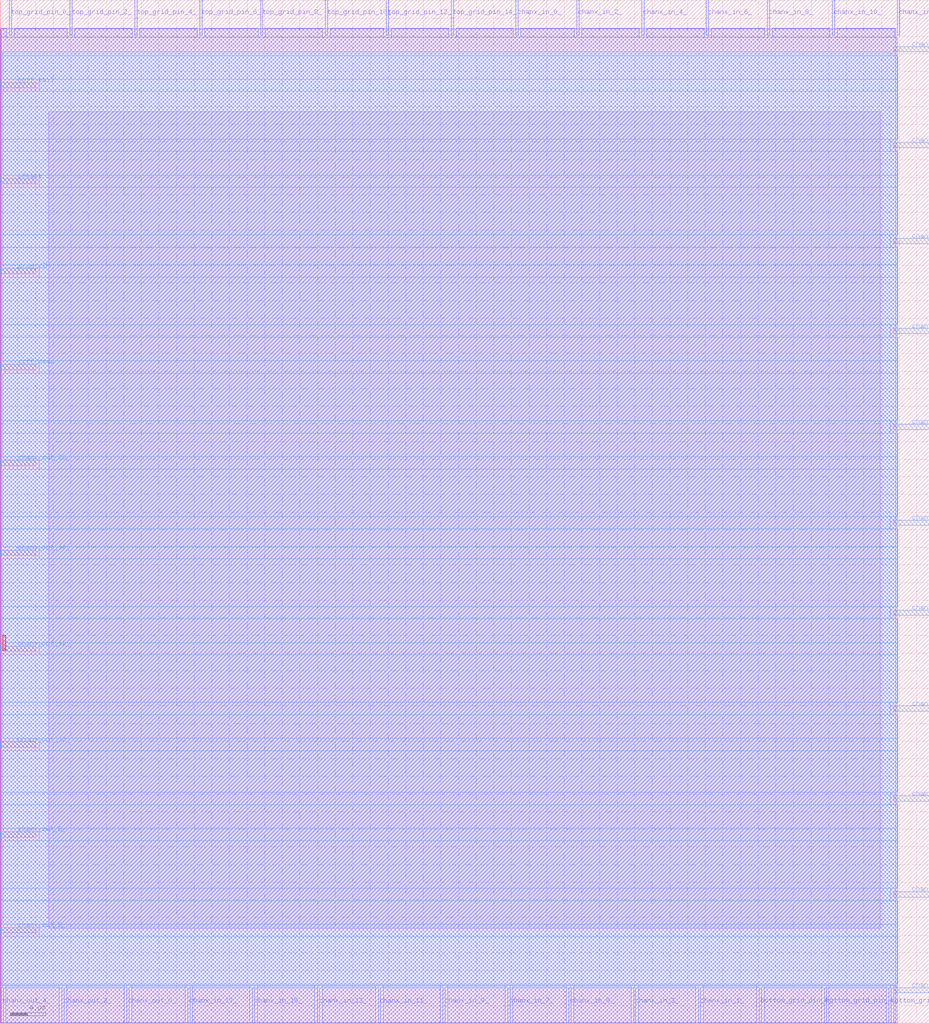
<source format=lef>
VERSION 5.7 ;
  NAMESCASESENSITIVE ON ;
  NOWIREEXTENSIONATPIN ON ;
  DIVIDERCHAR "/" ;
  BUSBITCHARS "[]" ;
UNITS
  DATABASE MICRONS 200 ;
END UNITS

MACRO cbx_1__2_
  CLASS BLOCK ;
  FOREIGN cbx_1__2_ ;
  ORIGIN 0.000 0.000 ;
  SIZE 105.405 BY 116.125 ;
  PIN chanx_out_8_
    DIRECTION OUTPUT TRISTATE ;
    PORT
      LAYER met3 ;
        RECT 0.000 21.120 4.000 21.720 ;
    END
  END chanx_out_8_
  PIN top_grid_pin_0_
    DIRECTION OUTPUT TRISTATE ;
    PORT
      LAYER met2 ;
        RECT 1.010 112.125 1.290 116.125 ;
    END
  END top_grid_pin_0_
  PIN pReset
    DIRECTION INPUT ;
    PORT
      LAYER met3 ;
        RECT 0.000 95.240 4.000 95.840 ;
    END
  END pReset
  PIN chanx_out_16_
    DIRECTION OUTPUT TRISTATE ;
    PORT
      LAYER met3 ;
        RECT 0.000 63.280 4.000 63.880 ;
    END
  END chanx_out_16_
  PIN top_grid_pin_12_
    DIRECTION OUTPUT TRISTATE ;
    PORT
      LAYER met2 ;
        RECT 43.790 112.125 44.070 116.125 ;
    END
  END top_grid_pin_12_
  PIN chanx_in_5_
    DIRECTION INPUT ;
    PORT
      LAYER met2 ;
        RECT 64.490 0.000 64.770 4.000 ;
    END
  END chanx_in_5_
  PIN chanx_in_1_
    DIRECTION INPUT ;
    PORT
      LAYER met2 ;
        RECT 79.210 0.000 79.490 4.000 ;
    END
  END chanx_in_1_
  PIN top_grid_pin_8_
    DIRECTION OUTPUT TRISTATE ;
    PORT
      LAYER met2 ;
        RECT 29.530 112.125 29.810 116.125 ;
    END
  END top_grid_pin_8_
  PIN chanx_out_10_
    DIRECTION OUTPUT TRISTATE ;
    PORT
      LAYER met3 ;
        RECT 0.000 31.320 4.000 31.920 ;
    END
  END chanx_out_10_
  PIN chanx_in_10_
    DIRECTION INPUT ;
    PORT
      LAYER met2 ;
        RECT 94.390 112.125 94.670 116.125 ;
    END
  END chanx_in_10_
  PIN chanx_out_3_
    DIRECTION OUTPUT TRISTATE ;
    PORT
      LAYER met3 ;
        RECT 101.405 78.240 105.405 78.840 ;
    END
  END chanx_out_3_
  PIN prog_clk
    DIRECTION INPUT ;
    PORT
      LAYER met3 ;
        RECT 0.000 85.040 4.000 85.640 ;
    END
  END prog_clk
  PIN bottom_grid_pin_8_
    DIRECTION OUTPUT TRISTATE ;
    PORT
      LAYER met2 ;
        RECT 86.110 0.000 86.390 4.000 ;
    END
  END bottom_grid_pin_8_
  PIN ccff_tail
    DIRECTION OUTPUT TRISTATE ;
    PORT
      LAYER met3 ;
        RECT 0.000 106.120 4.000 106.720 ;
    END
  END ccff_tail
  PIN top_grid_pin_14_
    DIRECTION OUTPUT TRISTATE ;
    PORT
      LAYER met2 ;
        RECT 51.150 112.125 51.430 116.125 ;
    END
  END top_grid_pin_14_
  PIN chanx_out_0_
    DIRECTION OUTPUT TRISTATE ;
    PORT
      LAYER met2 ;
        RECT 14.350 0.000 14.630 4.000 ;
    END
  END chanx_out_0_
  PIN chanx_out_13_
    DIRECTION OUTPUT TRISTATE ;
    PORT
      LAYER met3 ;
        RECT 101.405 25.200 105.405 25.800 ;
    END
  END chanx_out_13_
  PIN chanx_out_12_
    DIRECTION OUTPUT TRISTATE ;
    PORT
      LAYER met3 ;
        RECT 0.000 42.200 4.000 42.800 ;
    END
  END chanx_out_12_
  PIN chanx_out_9_
    DIRECTION OUTPUT TRISTATE ;
    PORT
      LAYER met3 ;
        RECT 101.405 46.280 105.405 46.880 ;
    END
  END chanx_out_9_
  PIN chanx_in_16_
    DIRECTION INPUT ;
    PORT
      LAYER met3 ;
        RECT 101.405 110.200 105.405 110.800 ;
    END
  END chanx_in_16_
  PIN chanx_out_15_
    DIRECTION OUTPUT TRISTATE ;
    PORT
      LAYER met3 ;
        RECT 101.405 14.320 105.405 14.920 ;
    END
  END chanx_out_15_
  PIN top_grid_pin_2_
    DIRECTION OUTPUT TRISTATE ;
    PORT
      LAYER met2 ;
        RECT 7.910 112.125 8.190 116.125 ;
    END
  END top_grid_pin_2_
  PIN chanx_in_4_
    DIRECTION INPUT ;
    PORT
      LAYER met2 ;
        RECT 72.770 112.125 73.050 116.125 ;
    END
  END chanx_in_4_
  PIN chanx_out_17_
    DIRECTION OUTPUT TRISTATE ;
    PORT
      LAYER met3 ;
        RECT 101.405 3.440 105.405 4.040 ;
    END
  END chanx_out_17_
  PIN top_grid_pin_10_
    DIRECTION OUTPUT TRISTATE ;
    PORT
      LAYER met2 ;
        RECT 36.890 112.125 37.170 116.125 ;
    END
  END top_grid_pin_10_
  PIN chanx_in_13_
    DIRECTION INPUT ;
    PORT
      LAYER met2 ;
        RECT 35.970 0.000 36.250 4.000 ;
    END
  END chanx_in_13_
  PIN top_grid_pin_6_
    DIRECTION OUTPUT TRISTATE ;
    PORT
      LAYER met2 ;
        RECT 22.630 112.125 22.910 116.125 ;
    END
  END top_grid_pin_6_
  PIN bottom_grid_pin_0_
    DIRECTION OUTPUT TRISTATE ;
    PORT
      LAYER met2 ;
        RECT 100.830 0.000 101.110 4.000 ;
    END
  END bottom_grid_pin_0_
  PIN chanx_in_8_
    DIRECTION INPUT ;
    PORT
      LAYER met2 ;
        RECT 87.030 112.125 87.310 116.125 ;
    END
  END chanx_in_8_
  PIN ccff_head
    DIRECTION INPUT ;
    PORT
      LAYER met3 ;
        RECT 0.000 74.160 4.000 74.760 ;
    END
  END ccff_head
  PIN chanx_in_9_
    DIRECTION INPUT ;
    PORT
      LAYER met2 ;
        RECT 50.230 0.000 50.510 4.000 ;
    END
  END chanx_in_9_
  PIN chanx_out_1_
    DIRECTION OUTPUT TRISTATE ;
    PORT
      LAYER met3 ;
        RECT 101.405 88.440 105.405 89.040 ;
    END
  END chanx_out_1_
  PIN chanx_in_6_
    DIRECTION INPUT ;
    PORT
      LAYER met2 ;
        RECT 80.130 112.125 80.410 116.125 ;
    END
  END chanx_in_6_
  PIN chanx_in_12_
    DIRECTION INPUT ;
    PORT
      LAYER met2 ;
        RECT 101.750 112.125 102.030 116.125 ;
    END
  END chanx_in_12_
  PIN chanx_out_11_
    DIRECTION OUTPUT TRISTATE ;
    PORT
      LAYER met3 ;
        RECT 101.405 35.400 105.405 36.000 ;
    END
  END chanx_out_11_
  PIN chanx_in_15_
    DIRECTION INPUT ;
    PORT
      LAYER met2 ;
        RECT 28.610 0.000 28.890 4.000 ;
    END
  END chanx_in_15_
  PIN chanx_in_17_
    DIRECTION INPUT ;
    PORT
      LAYER met2 ;
        RECT 21.250 0.000 21.530 4.000 ;
    END
  END chanx_in_17_
  PIN bottom_grid_pin_4_
    DIRECTION OUTPUT TRISTATE ;
    PORT
      LAYER met2 ;
        RECT 93.470 0.000 93.750 4.000 ;
    END
  END bottom_grid_pin_4_
  PIN chanx_in_3_
    DIRECTION INPUT ;
    PORT
      LAYER met2 ;
        RECT 71.850 0.000 72.130 4.000 ;
    END
  END chanx_in_3_
  PIN chanx_in_7_
    DIRECTION INPUT ;
    PORT
      LAYER met2 ;
        RECT 57.590 0.000 57.870 4.000 ;
    END
  END chanx_in_7_
  PIN chanx_in_11_
    DIRECTION INPUT ;
    PORT
      LAYER met2 ;
        RECT 42.870 0.000 43.150 4.000 ;
    END
  END chanx_in_11_
  PIN chanx_out_14_
    DIRECTION OUTPUT TRISTATE ;
    PORT
      LAYER met3 ;
        RECT 0.000 53.080 4.000 53.680 ;
    END
  END chanx_out_14_
  PIN chanx_out_2_
    DIRECTION OUTPUT TRISTATE ;
    PORT
      LAYER met2 ;
        RECT 6.990 0.000 7.270 4.000 ;
    END
  END chanx_out_2_
  PIN chanx_in_0_
    DIRECTION INPUT ;
    PORT
      LAYER met2 ;
        RECT 58.510 112.125 58.790 116.125 ;
    END
  END chanx_in_0_
  PIN chanx_out_5_
    DIRECTION OUTPUT TRISTATE ;
    PORT
      LAYER met3 ;
        RECT 101.405 67.360 105.405 67.960 ;
    END
  END chanx_out_5_
  PIN chanx_out_6_
    DIRECTION OUTPUT TRISTATE ;
    PORT
      LAYER met3 ;
        RECT 0.000 10.240 4.000 10.840 ;
    END
  END chanx_out_6_
  PIN top_grid_pin_4_
    DIRECTION OUTPUT TRISTATE ;
    PORT
      LAYER met2 ;
        RECT 15.270 112.125 15.550 116.125 ;
    END
  END top_grid_pin_4_
  PIN chanx_in_2_
    DIRECTION INPUT ;
    PORT
      LAYER met2 ;
        RECT 65.410 112.125 65.690 116.125 ;
    END
  END chanx_in_2_
  PIN chanx_in_14_
    DIRECTION INPUT ;
    PORT
      LAYER met3 ;
        RECT 101.405 99.320 105.405 99.920 ;
    END
  END chanx_in_14_
  PIN chanx_out_7_
    DIRECTION OUTPUT TRISTATE ;
    PORT
      LAYER met3 ;
        RECT 101.405 56.480 105.405 57.080 ;
    END
  END chanx_out_7_
  PIN chanx_out_4_
    DIRECTION OUTPUT TRISTATE ;
    PORT
      LAYER met2 ;
        RECT 0.090 0.000 0.370 4.000 ;
    END
  END chanx_out_4_
  OBS
      LAYER li1 ;
        RECT 5.520 10.795 99.820 103.445 ;
      LAYER met1 ;
        RECT 0.070 0.040 101.590 112.840 ;
      LAYER met2 ;
        RECT 0.090 111.845 0.730 112.870 ;
        RECT 1.570 111.845 7.630 112.870 ;
        RECT 8.470 111.845 14.990 112.870 ;
        RECT 15.830 111.845 22.350 112.870 ;
        RECT 23.190 111.845 29.250 112.870 ;
        RECT 30.090 111.845 36.610 112.870 ;
        RECT 37.450 111.845 43.510 112.870 ;
        RECT 44.350 111.845 50.870 112.870 ;
        RECT 51.710 111.845 58.230 112.870 ;
        RECT 59.070 111.845 65.130 112.870 ;
        RECT 65.970 111.845 72.490 112.870 ;
        RECT 73.330 111.845 79.850 112.870 ;
        RECT 80.690 111.845 86.750 112.870 ;
        RECT 87.590 111.845 94.110 112.870 ;
        RECT 94.950 111.845 101.470 112.870 ;
        RECT 0.090 4.280 101.750 111.845 ;
        RECT 0.650 0.010 6.710 4.280 ;
        RECT 7.550 0.010 14.070 4.280 ;
        RECT 14.910 0.010 20.970 4.280 ;
        RECT 21.810 0.010 28.330 4.280 ;
        RECT 29.170 0.010 35.690 4.280 ;
        RECT 36.530 0.010 42.590 4.280 ;
        RECT 43.430 0.010 49.950 4.280 ;
        RECT 50.790 0.010 57.310 4.280 ;
        RECT 58.150 0.010 64.210 4.280 ;
        RECT 65.050 0.010 71.570 4.280 ;
        RECT 72.410 0.010 78.930 4.280 ;
        RECT 79.770 0.010 85.830 4.280 ;
        RECT 86.670 0.010 93.190 4.280 ;
        RECT 94.030 0.010 100.550 4.280 ;
        RECT 101.390 0.010 101.750 4.280 ;
      LAYER met3 ;
        RECT 0.270 109.800 101.005 110.200 ;
        RECT 0.270 107.120 101.810 109.800 ;
        RECT 4.400 105.720 101.810 107.120 ;
        RECT 0.270 100.320 101.810 105.720 ;
        RECT 0.270 98.920 101.005 100.320 ;
        RECT 0.270 96.240 101.810 98.920 ;
        RECT 4.400 94.840 101.810 96.240 ;
        RECT 0.270 89.440 101.810 94.840 ;
        RECT 0.270 88.040 101.005 89.440 ;
        RECT 0.270 86.040 101.810 88.040 ;
        RECT 4.400 84.640 101.810 86.040 ;
        RECT 0.270 79.240 101.810 84.640 ;
        RECT 0.270 77.840 101.005 79.240 ;
        RECT 0.270 75.160 101.810 77.840 ;
        RECT 4.400 73.760 101.810 75.160 ;
        RECT 0.270 68.360 101.810 73.760 ;
        RECT 0.270 66.960 101.005 68.360 ;
        RECT 0.270 64.280 101.810 66.960 ;
        RECT 4.400 62.880 101.810 64.280 ;
        RECT 0.270 57.480 101.810 62.880 ;
        RECT 0.270 56.080 101.005 57.480 ;
        RECT 0.270 54.080 101.810 56.080 ;
        RECT 4.400 52.680 101.810 54.080 ;
        RECT 0.270 47.280 101.810 52.680 ;
        RECT 0.270 45.880 101.005 47.280 ;
        RECT 0.270 43.200 101.810 45.880 ;
        RECT 4.400 41.800 101.810 43.200 ;
        RECT 0.270 36.400 101.810 41.800 ;
        RECT 0.270 35.000 101.005 36.400 ;
        RECT 0.270 32.320 101.810 35.000 ;
        RECT 4.400 30.920 101.810 32.320 ;
        RECT 0.270 26.200 101.810 30.920 ;
        RECT 0.270 24.800 101.005 26.200 ;
        RECT 0.270 22.120 101.810 24.800 ;
        RECT 4.400 20.720 101.810 22.120 ;
        RECT 0.270 15.320 101.810 20.720 ;
        RECT 0.270 13.920 101.005 15.320 ;
        RECT 0.270 11.240 101.810 13.920 ;
        RECT 4.400 9.840 101.810 11.240 ;
        RECT 0.270 4.440 101.810 9.840 ;
        RECT 0.270 4.040 101.005 4.440 ;
      LAYER met4 ;
        RECT 0.295 42.335 0.625 44.025 ;
  END
END cbx_1__2_
END LIBRARY


</source>
